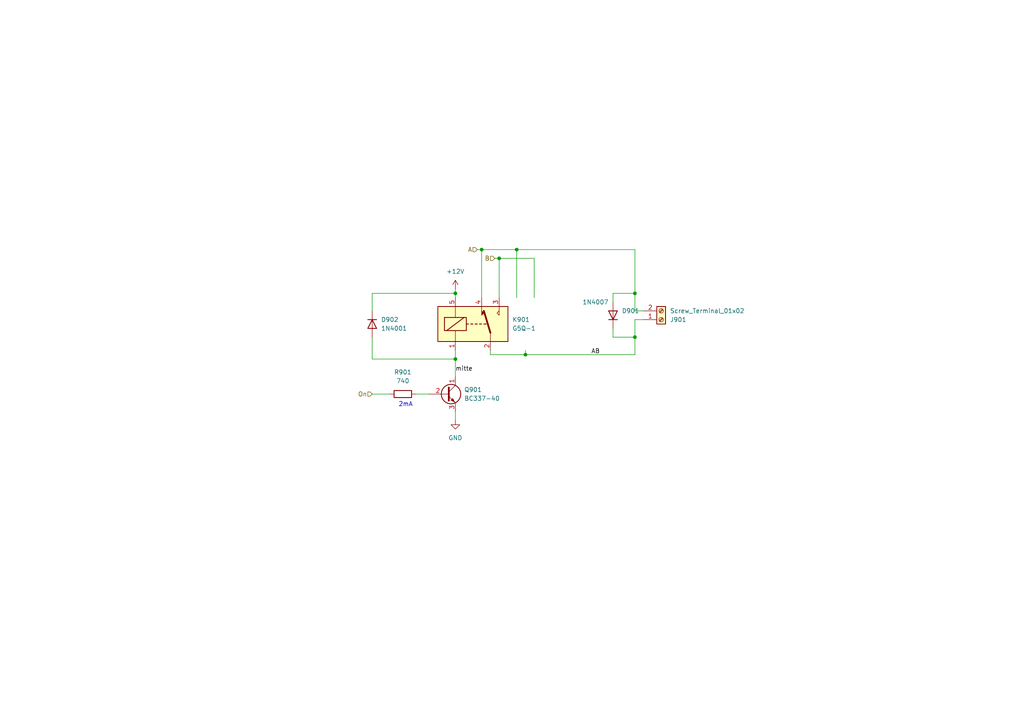
<source format=kicad_sch>
(kicad_sch (version 20211123) (generator eeschema)
  (paper "A4")
  (title_block (date "2022-03-14") (company "makerspace Bocholt"))
  (lib_symbols
    (symbol "Connector:Screw_Terminal_01x02" (pin_names (offset 1.016) hide)
      (property "Reference" "J" (at 0 2.54 0))
      (property "Value" "Screw_Terminal_01x02" (at 0 -5.08 0))
      (symbol "Screw_Terminal_01x02_1_1"
        (rectangle (start -1.27 1.27) (end 1.27 -3.81) (stroke (width 0.254)) (fill (type background)))
        (circle (center 0 -2.54) (radius 0.635) (stroke (width 0.1524)))
        (polyline (pts (xy -0.5334 -2.2098) (xy 0.3302 -3.048)) (stroke (width 0.1524)))
        (polyline (pts (xy -0.5334 0.3302) (xy 0.3302 -0.508)) (stroke (width 0.1524)))
        (polyline (pts (xy -0.3556 -2.032) (xy 0.508 -2.8702)) (stroke (width 0.1524)))
        (polyline (pts (xy -0.3556 0.508) (xy 0.508 -0.3302)) (stroke (width 0.1524)))
        (circle (center 0 0) (radius 0.635) (stroke (width 0.1524)))
        (pin passive line (at -5.08 0 0) (length 3.81) (name "Pin_1") (number "1"))
        (pin passive line (at -5.08 -2.54 0) (length 3.81) (name "Pin_2") (number "2"))
      )
    )
    (symbol "Device:R" (pin_numbers hide) (pin_names (offset 0))
      (property "Reference" "R" (at 2.032 0 90))
      (property "Value" "R" (at 0 0 90))
      (symbol "R_0_1"
        (rectangle (start -1.016 -2.54) (end 1.016 2.54) (stroke (width 0.254)))
      )
      (symbol "R_1_1"
        (pin passive line (at 0 3.81 270) (length 1.27) (name "~") (number "1"))
        (pin passive line (at 0 -3.81 90) (length 1.27) (name "~") (number "2"))
      )
    )
    (symbol "Diode:1N4001" (pin_numbers hide) (pin_names (offset 1.016) hide)
      (property "Reference" "D" (at 0 2.54 0))
      (property "Value" "1N4001" (at 0 -2.54 0))
      (symbol "1N4001_0_1"
        (polyline (pts (xy -1.27 1.27) (xy -1.27 -1.27)) (stroke (width 0.254)))
        (polyline (pts (xy 1.27 0) (xy -1.27 0)))
        (polyline (pts (xy 1.27 1.27) (xy 1.27 -1.27) (xy -1.27 0) (xy 1.27 1.27)) (stroke (width 0.254)))
      )
      (symbol "1N4001_1_1"
        (pin passive line (at -3.81 0 0) (length 2.54) (name "K") (number "1"))
        (pin passive line (at 3.81 0 180) (length 2.54) (name "A") (number "2"))
      )
    )
    (symbol "Diode:1N4007" (pin_numbers hide) (pin_names (offset 1.016) hide)
      (property "Reference" "D" (at 0 2.54 0))
      (property "Value" "1N4007" (at 0 -2.54 0))
      (symbol "1N4007_0_1"
        (polyline (pts (xy -1.27 1.27) (xy -1.27 -1.27)) (stroke (width 0.254)))
        (polyline (pts (xy 1.27 0) (xy -1.27 0)))
        (polyline (pts (xy 1.27 1.27) (xy 1.27 -1.27) (xy -1.27 0) (xy 1.27 1.27)) (stroke (width 0.254)))
      )
      (symbol "1N4007_1_1"
        (pin passive line (at -3.81 0 0) (length 2.54) (name "K") (number "1"))
        (pin passive line (at 3.81 0 180) (length 2.54) (name "A") (number "2"))
      )
    )
    (symbol "Relay:G5Q-1"
      (property "Reference" "K" (at 11.43 3.81 0))
      (property "Value" "G5Q-1" (at 11.43 1.27 0))
      (symbol "G5Q-1_0_0"
        (polyline (pts (xy 7.62 5.08) (xy 7.62 2.54) (xy 6.985 3.175) (xy 7.62 3.81)))
      )
      (symbol "G5Q-1_0_1"
        (rectangle (start -10.16 5.08) (end 10.16 -5.08) (stroke (width 0.254)) (fill (type background)))
        (rectangle (start -8.255 1.905) (end -1.905 -1.905) (stroke (width 0.254)))
        (polyline (pts (xy -7.62 -1.905) (xy -2.54 1.905)) (stroke (width 0.254)))
        (polyline (pts (xy -5.08 -5.08) (xy -5.08 -1.905)))
        (polyline (pts (xy -5.08 5.08) (xy -5.08 1.905)))
        (polyline (pts (xy -1.905 0) (xy -1.27 0)) (stroke (width 0.254)))
        (polyline (pts (xy -0.635 0) (xy 0 0)) (stroke (width 0.254)))
        (polyline (pts (xy 0.635 0) (xy 1.27 0)) (stroke (width 0.254)))
        (polyline (pts (xy 1.905 0) (xy 2.54 0)) (stroke (width 0.254)))
        (polyline (pts (xy 3.175 0) (xy 3.81 0)) (stroke (width 0.254)))
        (polyline (pts (xy 5.08 -2.54) (xy 3.175 3.81)) (stroke (width 0.508)))
        (polyline (pts (xy 5.08 -2.54) (xy 5.08 -5.08)))
        (polyline (pts (xy 2.54 5.08) (xy 2.54 2.54) (xy 3.175 3.175) (xy 2.54 3.81)) (fill (type outline)))
      )
      (symbol "G5Q-1_1_1"
        (pin passive line (at -5.08 -7.62 90) (length 2.54) (name "~") (number "1"))
        (pin passive line (at 5.08 -7.62 90) (length 2.54) (name "~") (number "2"))
        (pin passive line (at 7.62 7.62 270) (length 2.54) (name "~") (number "3"))
        (pin passive line (at 2.54 7.62 270) (length 2.54) (name "~") (number "4"))
        (pin passive line (at -5.08 7.62 270) (length 2.54) (name "~") (number "5"))
      )
    )
    (symbol "Transistor_BJT:BC337" (pin_names (offset 0) hide)
      (property "Reference" "Q" (at 5.08 1.905 0))
      (property "Value" "BC337" (at 5.08 0 0))
      (symbol "BC337_0_1"
        (polyline (pts (xy 0 0) (xy 0.635 0)))
        (polyline (pts (xy 0.635 0.635) (xy 2.54 2.54)))
        (polyline (pts (xy 0.635 -0.635) (xy 2.54 -2.54) (xy 2.54 -2.54)))
        (polyline (pts (xy 0.635 1.905) (xy 0.635 -1.905) (xy 0.635 -1.905)) (stroke (width 0.508)))
        (polyline (pts (xy 1.27 -1.778) (xy 1.778 -1.27) (xy 2.286 -2.286) (xy 1.27 -1.778) (xy 1.27 -1.778)) (fill (type outline)))
        (circle (center 1.27 0) (radius 2.8194) (stroke (width 0.254)))
      )
      (symbol "BC337_1_1"
        (pin passive line (at 2.54 5.08 270) (length 2.54) (name "C") (number "1"))
        (pin input line (at -5.08 0 0) (length 5.08) (name "B") (number "2"))
        (pin passive line (at 2.54 -5.08 90) (length 2.54) (name "E") (number "3"))
      )
    )
    (symbol "power:+12V" (power) (pin_names (offset 0))
      (property "Value" "+12V" (at 0 3.556 0))
      (symbol "+12V_0_1"
        (polyline (pts (xy -0.762 1.27) (xy 0 2.54)))
        (polyline (pts (xy 0 0) (xy 0 2.54)))
        (polyline (pts (xy 0 2.54) (xy 0.762 1.27)))
      )
      (symbol "+12V_1_1"
        (pin power_in line (at 0 0 90) (length 0) hide (name "+12V") (number "1"))
      )
    )
    (symbol "power:GND" (power) (pin_names (offset 0))
      (property "Value" "GND" (at 0 -3.81 0))
      (symbol "GND_0_1"
        (polyline (pts (xy 0 0) (xy 0 -1.27) (xy 1.27 -1.27) (xy 0 -2.54) (xy -1.27 -1.27) (xy 0 -1.27)))
      )
      (symbol "GND_1_1"
        (pin power_in line (at 0 0 270) (length 0) hide (name "GND") (number "1"))
      )
    )
  )
  (junction (at 139.7 72.39))
  (junction (at 132.08 85.09))
  (junction (at 149.86 72.39))
  (junction (at 144.78 74.93))
  (junction (at 132.08 104.14))
  (junction (at 184.15 85.09))
  (junction (at 184.15 97.79))
  (junction (at 152.4 102.87))
  (wire (pts (xy 184.15 85.09) (xy 184.15 72.39)))
  (wire (pts (xy 177.8 87.63) (xy 177.8 85.09)))
  (wire (pts (xy 149.86 72.39) (xy 149.86 86.36)))
  (wire (pts (xy 138.43 72.39) (xy 139.7 72.39)))
  (wire (pts (xy 107.95 114.3) (xy 113.03 114.3)))
  (wire (pts (xy 184.15 102.87) (xy 184.15 97.79)))
  (wire (pts (xy 132.08 85.09) (xy 132.08 86.36)))
  (wire (pts (xy 107.95 104.14) (xy 132.08 104.14)))
  (wire (pts (xy 142.24 102.87) (xy 152.4 102.87)))
  (wire (pts (xy 132.08 104.14) (xy 132.08 109.22)))
  (wire (pts (xy 184.15 90.17) (xy 184.15 85.09)))
  (wire (pts (xy 132.08 83.82) (xy 132.08 85.09)))
  (wire (pts (xy 107.95 90.17) (xy 107.95 85.09)))
  (wire (pts (xy 149.86 72.39) (xy 184.15 72.39)))
  (wire (pts (xy 139.7 72.39) (xy 139.7 86.36)))
  (wire (pts (xy 177.8 95.25) (xy 177.8 97.79)))
  (wire (pts (xy 139.7 72.39) (xy 149.86 72.39)))
  (wire (pts (xy 186.69 90.17) (xy 184.15 90.17)))
  (wire (pts (xy 177.8 85.09) (xy 184.15 85.09)))
  (wire (pts (xy 132.08 119.38) (xy 132.08 121.92)))
  (wire (pts (xy 184.15 92.71) (xy 186.69 92.71)))
  (wire (pts (xy 107.95 97.79) (xy 107.95 104.14)))
  (wire (pts (xy 120.65 114.3) (xy 124.46 114.3)))
  (wire (pts (xy 154.94 86.36) (xy 154.94 74.93)))
  (wire (pts (xy 177.8 97.79) (xy 184.15 97.79)))
  (wire (pts (xy 184.15 97.79) (xy 184.15 92.71)))
  (wire (pts (xy 144.78 74.93) (xy 143.51 74.93)))
  (wire (pts (xy 144.78 86.36) (xy 144.78 74.93)))
  (wire (pts (xy 152.4 102.87) (xy 184.15 102.87)))
  (wire (pts (xy 152.4 102.87) (xy 152.4 101.6)))
  (wire (pts (xy 142.24 101.6) (xy 142.24 102.87)))
  (wire (pts (xy 107.95 85.09) (xy 132.08 85.09)))
  (wire (pts (xy 154.94 74.93) (xy 144.78 74.93)))
  (wire (pts (xy 132.08 101.6) (xy 132.08 104.14)))
  (text "2mA" (at 115.57 118.11 0) (effects (font (size 1.27 1.27)) (justify left bottom)))
  (label "AB" (at 171.45 102.87 0))
  (label "mitte" (at 132.08 107.95 0))
  (hierarchical_label "On" (shape input) (at 107.95 114.3 180))
  (hierarchical_label "B" (shape input) (at 143.51 74.93 180))
  (hierarchical_label "A" (shape input) (at 138.43 72.39 180))
  (symbol (lib_id "Relay:G5Q-1") (at 137.16 93.98 0)
    (property "Reference" "K901" (at 148.59 92.7099 0) (effects (justify left)))
    (property "Value" "G5Q-1" (at 148.59 95.2499 0) (effects (justify left)))
    (property "Footprint" "Relay_THT:Relay_SPDT_Omron-G5Q-1" (effects hide))
    (property "Datasheet" "https://www.omron.com/ecb/products/pdf/en-g5q.pdf" (effects hide))
  )
  (symbol (lib_id "Connector:Screw_Terminal_01x02") (at 191.77 92.71 0) (mirror x)
    (property "Reference" "J901" (at 194.31 92.7101 0) (effects (justify left)))
    (property "Value" "Screw_Terminal_01x02" (at 194.31 90.1701 0) (effects (justify left)))
    (property "Footprint" "TerminalBlock_Phoenix:TerminalBlock_Phoenix_MKDS-1,5-2-5.08_1x02_P5.08mm_Horizontal" (effects hide))
  )
  (symbol (lib_id "power:+12V") (at 132.08 83.82 0)
    (property "Reference" "#PWR01201" (effects hide))
    (property "Value" "+12V" (at 132.08 78.74 0))
  )
  (symbol (lib_id "power:GND") (at 132.08 121.92 0)
    (property "Reference" "#PWR01202" (effects hide))
    (property "Value" "GND" (at 132.08 127 0))
  )
  (symbol (lib_id "Device:R") (at 116.84 114.3 90)
    (property "Reference" "R901" (at 116.84 107.95 90))
    (property "Value" "740" (at 116.84 110.49 90))
    (property "Footprint" "Resistor_THT:R_Axial_DIN0207_L6.3mm_D2.5mm_P7.62mm_Horizontal" (effects hide))
  )
  (symbol (lib_id "Diode:1N4007") (at 177.8 91.44 90)
    (property "Reference" "D901" (at 180.34 90.1699 90) (effects (justify right)))
    (property "Value" "1N4007" (at 168.91 87.63 90) (effects (justify right)))
    (property "Footprint" "Diode_THT:D_DO-41_SOD81_P5.08mm_Vertical_KathodeUp" (effects hide))
    (property "Datasheet" "http://www.vishay.com/docs/88503/1n4001.pdf" (effects hide))
  )
  (symbol (lib_id "Diode:1N4001") (at 107.95 93.98 270)
    (property "Reference" "D902" (at 110.49 92.7099 90) (effects (justify left)))
    (property "Value" "1N4001" (at 110.49 95.2499 90) (effects (justify left)))
    (property "Footprint" "Diode_THT:D_DO-41_SOD81_P10.16mm_Horizontal" (effects hide))
    (property "Datasheet" "http://www.vishay.com/docs/88503/1n4001.pdf" (effects hide))
  )
  (symbol (lib_id "Transistor_BJT:BC337") (at 129.54 114.3 0)
    (property "Reference" "Q901" (at 134.62 113.0299 0) (effects (justify left)))
    (property "Value" "BC337-40" (at 134.62 115.5699 0) (effects (justify left)))
    (property "Footprint" "Package_TO_SOT_THT:TO-92_Inline" (effects hide))
    (property "Datasheet" "https://diotec.com/tl_files/diotec/files/pdf/datasheets/bc337.pdf" (effects hide))
  )
)
</source>
